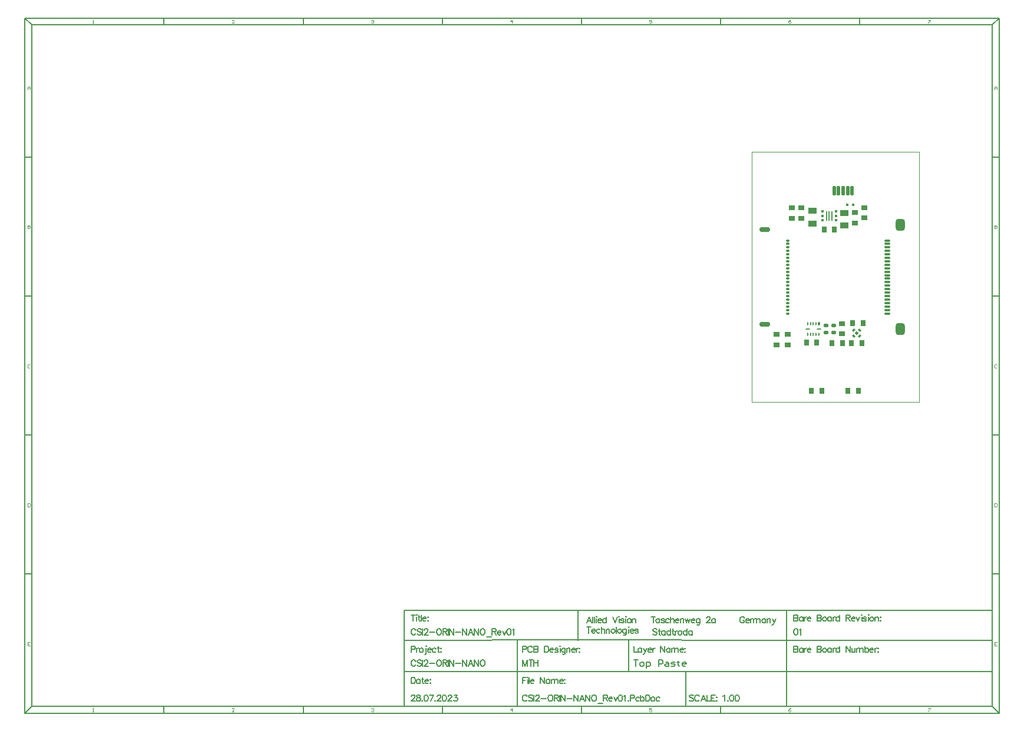
<source format=gtp>
G04*
G04 #@! TF.GenerationSoftware,Altium Limited,Altium Designer,23.7.1 (13)*
G04*
G04 Layer_Color=16764159*
%FSLAX43Y43*%
%MOMM*%
G71*
G04*
G04 #@! TF.SameCoordinates,B4B51515-0AC6-4D20-8248-00ACB9807E1E*
G04*
G04*
G04 #@! TF.FilePolarity,Positive*
G04*
G01*
G75*
%ADD10C,0.200*%
%ADD11C,0.127*%
%ADD12C,0.025*%
%ADD13C,0.050*%
G04:AMPARAMS|DCode=14|XSize=1.65mm|YSize=1.3mm|CornerRadius=0.325mm|HoleSize=0mm|Usage=FLASHONLY|Rotation=90.000|XOffset=0mm|YOffset=0mm|HoleType=Round|Shape=RoundedRectangle|*
%AMROUNDEDRECTD14*
21,1,1.650,0.650,0,0,90.0*
21,1,1.000,1.300,0,0,90.0*
1,1,0.650,0.325,0.500*
1,1,0.650,0.325,-0.500*
1,1,0.650,-0.325,-0.500*
1,1,0.650,-0.325,0.500*
%
%ADD14ROUNDEDRECTD14*%
%ADD15O,1.000X0.300*%
%ADD16O,0.650X0.300*%
G04:AMPARAMS|DCode=17|XSize=0.7mm|YSize=1.5mm|CornerRadius=0.175mm|HoleSize=0mm|Usage=FLASHONLY|Rotation=270.000|XOffset=0mm|YOffset=0mm|HoleType=Round|Shape=RoundedRectangle|*
%AMROUNDEDRECTD17*
21,1,0.700,1.150,0,0,270.0*
21,1,0.350,1.500,0,0,270.0*
1,1,0.350,-0.575,-0.175*
1,1,0.350,-0.575,0.175*
1,1,0.350,0.575,0.175*
1,1,0.350,0.575,-0.175*
%
%ADD17ROUNDEDRECTD17*%
G04:AMPARAMS|DCode=18|XSize=0.7mm|YSize=0.8mm|CornerRadius=0.07mm|HoleSize=0mm|Usage=FLASHONLY|Rotation=270.000|XOffset=0mm|YOffset=0mm|HoleType=Round|Shape=RoundedRectangle|*
%AMROUNDEDRECTD18*
21,1,0.700,0.660,0,0,270.0*
21,1,0.560,0.800,0,0,270.0*
1,1,0.140,-0.330,-0.280*
1,1,0.140,-0.330,0.280*
1,1,0.140,0.330,0.280*
1,1,0.140,0.330,-0.280*
%
%ADD18ROUNDEDRECTD18*%
G04:AMPARAMS|DCode=19|XSize=0.17mm|YSize=0.6mm|CornerRadius=0.03mm|HoleSize=0mm|Usage=FLASHONLY|Rotation=90.000|XOffset=0mm|YOffset=0mm|HoleType=Round|Shape=RoundedRectangle|*
%AMROUNDEDRECTD19*
21,1,0.170,0.540,0,0,90.0*
21,1,0.110,0.600,0,0,90.0*
1,1,0.060,0.270,0.055*
1,1,0.060,0.270,-0.055*
1,1,0.060,-0.270,-0.055*
1,1,0.060,-0.270,0.055*
%
%ADD19ROUNDEDRECTD19*%
G04:AMPARAMS|DCode=20|XSize=0.17mm|YSize=0.45mm|CornerRadius=0.03mm|HoleSize=0mm|Usage=FLASHONLY|Rotation=0.000|XOffset=0mm|YOffset=0mm|HoleType=Round|Shape=RoundedRectangle|*
%AMROUNDEDRECTD20*
21,1,0.170,0.390,0,0,0.0*
21,1,0.110,0.450,0,0,0.0*
1,1,0.060,0.055,-0.195*
1,1,0.060,-0.055,-0.195*
1,1,0.060,-0.055,0.195*
1,1,0.060,0.055,0.195*
%
%ADD20ROUNDEDRECTD20*%
G04:AMPARAMS|DCode=21|XSize=0.18mm|YSize=0.61mm|CornerRadius=0.035mm|HoleSize=0mm|Usage=FLASHONLY|Rotation=90.000|XOffset=0mm|YOffset=0mm|HoleType=Round|Shape=RoundedRectangle|*
%AMROUNDEDRECTD21*
21,1,0.180,0.540,0,0,90.0*
21,1,0.110,0.610,0,0,90.0*
1,1,0.070,0.270,0.055*
1,1,0.070,0.270,-0.055*
1,1,0.070,-0.270,-0.055*
1,1,0.070,-0.270,0.055*
%
%ADD21ROUNDEDRECTD21*%
G04:AMPARAMS|DCode=22|XSize=0.27mm|YSize=0.45mm|CornerRadius=0.055mm|HoleSize=0mm|Usage=FLASHONLY|Rotation=180.000|XOffset=0mm|YOffset=0mm|HoleType=Round|Shape=RoundedRectangle|*
%AMROUNDEDRECTD22*
21,1,0.270,0.340,0,0,180.0*
21,1,0.160,0.450,0,0,180.0*
1,1,0.110,-0.080,0.170*
1,1,0.110,0.080,0.170*
1,1,0.110,0.080,-0.170*
1,1,0.110,-0.080,-0.170*
%
%ADD22ROUNDEDRECTD22*%
G04:AMPARAMS|DCode=23|XSize=0.45mm|YSize=1.3mm|CornerRadius=0.113mm|HoleSize=0mm|Usage=FLASHONLY|Rotation=180.000|XOffset=0mm|YOffset=0mm|HoleType=Round|Shape=RoundedRectangle|*
%AMROUNDEDRECTD23*
21,1,0.450,1.075,0,0,180.0*
21,1,0.225,1.300,0,0,180.0*
1,1,0.225,-0.113,0.538*
1,1,0.225,0.113,0.538*
1,1,0.225,0.113,-0.538*
1,1,0.225,-0.113,-0.538*
%
%ADD23ROUNDEDRECTD23*%
G04:AMPARAMS|DCode=24|XSize=0.31mm|YSize=0.46mm|CornerRadius=0.068mm|HoleSize=0mm|Usage=FLASHONLY|Rotation=45.000|XOffset=0mm|YOffset=0mm|HoleType=Round|Shape=RoundedRectangle|*
%AMROUNDEDRECTD24*
21,1,0.310,0.325,0,0,45.0*
21,1,0.175,0.460,0,0,45.0*
1,1,0.135,0.177,-0.053*
1,1,0.135,0.053,-0.177*
1,1,0.135,-0.177,0.053*
1,1,0.135,-0.053,0.177*
%
%ADD24ROUNDEDRECTD24*%
G04:AMPARAMS|DCode=25|XSize=0.45mm|YSize=0.45mm|CornerRadius=0.05mm|HoleSize=0mm|Usage=FLASHONLY|Rotation=45.000|XOffset=0mm|YOffset=0mm|HoleType=Round|Shape=RoundedRectangle|*
%AMROUNDEDRECTD25*
21,1,0.450,0.350,0,0,45.0*
21,1,0.350,0.450,0,0,45.0*
1,1,0.100,0.247,0.000*
1,1,0.100,0.000,-0.247*
1,1,0.100,-0.247,0.000*
1,1,0.100,0.000,0.247*
%
%ADD25ROUNDEDRECTD25*%
G04:AMPARAMS|DCode=26|XSize=0.31mm|YSize=0.46mm|CornerRadius=0.068mm|HoleSize=0mm|Usage=FLASHONLY|Rotation=135.000|XOffset=0mm|YOffset=0mm|HoleType=Round|Shape=RoundedRectangle|*
%AMROUNDEDRECTD26*
21,1,0.310,0.325,0,0,135.0*
21,1,0.175,0.460,0,0,135.0*
1,1,0.135,0.053,0.177*
1,1,0.135,0.177,0.053*
1,1,0.135,-0.053,-0.177*
1,1,0.135,-0.177,-0.053*
%
%ADD26ROUNDEDRECTD26*%
G04:AMPARAMS|DCode=27|XSize=0.36mm|YSize=0.41mm|CornerRadius=0.08mm|HoleSize=0mm|Usage=FLASHONLY|Rotation=270.000|XOffset=0mm|YOffset=0mm|HoleType=Round|Shape=RoundedRectangle|*
%AMROUNDEDRECTD27*
21,1,0.360,0.250,0,0,270.0*
21,1,0.200,0.410,0,0,270.0*
1,1,0.160,-0.125,-0.100*
1,1,0.160,-0.125,0.100*
1,1,0.160,0.125,0.100*
1,1,0.160,0.125,-0.100*
%
%ADD27ROUNDEDRECTD27*%
G04:AMPARAMS|DCode=28|XSize=0.3mm|YSize=0.4mm|CornerRadius=0.03mm|HoleSize=0mm|Usage=FLASHONLY|Rotation=0.000|XOffset=0mm|YOffset=0mm|HoleType=Round|Shape=RoundedRectangle|*
%AMROUNDEDRECTD28*
21,1,0.300,0.340,0,0,0.0*
21,1,0.240,0.400,0,0,0.0*
1,1,0.060,0.120,-0.170*
1,1,0.060,-0.120,-0.170*
1,1,0.060,-0.120,0.170*
1,1,0.060,0.120,0.170*
%
%ADD28ROUNDEDRECTD28*%
G04:AMPARAMS|DCode=29|XSize=0.9mm|YSize=1.2mm|CornerRadius=0.09mm|HoleSize=0mm|Usage=FLASHONLY|Rotation=270.000|XOffset=0mm|YOffset=0mm|HoleType=Round|Shape=RoundedRectangle|*
%AMROUNDEDRECTD29*
21,1,0.900,1.020,0,0,270.0*
21,1,0.720,1.200,0,0,270.0*
1,1,0.180,-0.510,-0.360*
1,1,0.180,-0.510,0.360*
1,1,0.180,0.510,0.360*
1,1,0.180,0.510,-0.360*
%
%ADD29ROUNDEDRECTD29*%
G04:AMPARAMS|DCode=30|XSize=0.7mm|YSize=0.8mm|CornerRadius=0.07mm|HoleSize=0mm|Usage=FLASHONLY|Rotation=0.000|XOffset=0mm|YOffset=0mm|HoleType=Round|Shape=RoundedRectangle|*
%AMROUNDEDRECTD30*
21,1,0.700,0.660,0,0,0.0*
21,1,0.560,0.800,0,0,0.0*
1,1,0.140,0.280,-0.330*
1,1,0.140,-0.280,-0.330*
1,1,0.140,-0.280,0.330*
1,1,0.140,0.280,0.330*
%
%ADD30ROUNDEDRECTD30*%
G04:AMPARAMS|DCode=31|XSize=0.6mm|YSize=0.5mm|CornerRadius=0.05mm|HoleSize=0mm|Usage=FLASHONLY|Rotation=180.000|XOffset=0mm|YOffset=0mm|HoleType=Round|Shape=RoundedRectangle|*
%AMROUNDEDRECTD31*
21,1,0.600,0.400,0,0,180.0*
21,1,0.500,0.500,0,0,180.0*
1,1,0.100,-0.250,0.200*
1,1,0.100,0.250,0.200*
1,1,0.100,0.250,-0.200*
1,1,0.100,-0.250,-0.200*
%
%ADD31ROUNDEDRECTD31*%
D10*
X11100Y26150D02*
Y27450D01*
X11450Y26150D02*
Y27450D01*
X10750Y26150D02*
Y27450D01*
D11*
X-17000Y-37111D02*
X-16408D01*
X-16704D01*
Y-38000D01*
X-15963D02*
X-15667D01*
X-15519Y-37852D01*
Y-37556D01*
X-15667Y-37408D01*
X-15963D01*
X-16111Y-37556D01*
Y-37852D01*
X-15963Y-38000D01*
X-15223Y-38296D02*
Y-37408D01*
X-14778D01*
X-14630Y-37556D01*
Y-37852D01*
X-14778Y-38000D01*
X-15223D01*
X-13445D02*
Y-37111D01*
X-13001D01*
X-12853Y-37259D01*
Y-37556D01*
X-13001Y-37704D01*
X-13445D01*
X-12408Y-37408D02*
X-12112D01*
X-11964Y-37556D01*
Y-38000D01*
X-12408D01*
X-12556Y-37852D01*
X-12408Y-37704D01*
X-11964D01*
X-11668Y-38000D02*
X-11223D01*
X-11075Y-37852D01*
X-11223Y-37704D01*
X-11520D01*
X-11668Y-37556D01*
X-11520Y-37408D01*
X-11075D01*
X-10631Y-37259D02*
Y-37408D01*
X-10779D01*
X-10483D01*
X-10631D01*
Y-37852D01*
X-10483Y-38000D01*
X-9594D02*
X-9890D01*
X-10038Y-37852D01*
Y-37556D01*
X-9890Y-37408D01*
X-9594D01*
X-9446Y-37556D01*
Y-37704D01*
X-10038D01*
X35500Y-44750D02*
Y55250D01*
X-104500Y-44750D02*
X35500D01*
X-104500D02*
Y55250D01*
X35500D01*
X34500Y-43750D02*
X35500Y-44750D01*
X-9500Y-43750D02*
Y-38750D01*
X12250Y-43750D02*
X34500D01*
X5000D02*
Y-30000D01*
X-33500D02*
X20000D01*
X-49975Y-38725D02*
X-17750Y-38750D01*
X-50000Y-34250D02*
X-24975Y-34225D01*
X5000Y-30000D02*
X34500D01*
X-50000Y-43750D02*
X-33500D01*
X-50000D02*
Y-30000D01*
X-33500D01*
Y-43750D02*
X12250D01*
X-17750Y-38750D02*
X5000D01*
X-24975Y-34225D02*
X5000Y-34250D01*
X-17750Y-38750D02*
Y-34250D01*
X34500Y-43750D02*
X34500Y-30000D01*
X-33750Y-43750D02*
Y-34250D01*
X-25000Y-34250D02*
Y-30000D01*
X5000Y-38750D02*
X34500D01*
X5000Y-34250D02*
X34500D01*
X-103500Y-43750D02*
X-50000D01*
X-103500D02*
Y54250D01*
X34500D01*
Y-30000D02*
Y54250D01*
X-84500Y-44750D02*
Y-43750D01*
X-64500Y-44750D02*
Y-43750D01*
X-44500Y-44750D02*
Y-43750D01*
X-24500Y-44750D02*
Y-43750D01*
X-4500Y-44750D02*
Y-43750D01*
X15500Y-44750D02*
Y-43750D01*
X-104500Y-44750D02*
X-103500Y-43750D01*
X15500Y54250D02*
Y55250D01*
X-4500Y54250D02*
Y55250D01*
X-24500Y54250D02*
Y55250D01*
X-44500Y54250D02*
Y55250D01*
X-64500Y54250D02*
Y55250D01*
X-84500Y54250D02*
Y55250D01*
X-104500Y35250D02*
X-103500D01*
X-104500Y15250D02*
X-103500D01*
X-104500Y-4750D02*
X-103500D01*
X-104500Y-24750D02*
X-103500D01*
X34500Y54250D02*
X35500Y55250D01*
X-104500D02*
X-103500Y54250D01*
X34500Y-24750D02*
X35500D01*
X34500Y-4750D02*
X35500D01*
X34500Y15250D02*
X35500D01*
X34500Y35250D02*
X35500D01*
X-48365Y-37323D02*
X-48407Y-37238D01*
X-48492Y-37154D01*
X-48577Y-37111D01*
X-48746D01*
X-48831Y-37154D01*
X-48915Y-37238D01*
X-48958Y-37323D01*
X-49000Y-37450D01*
Y-37661D01*
X-48958Y-37788D01*
X-48915Y-37873D01*
X-48831Y-37958D01*
X-48746Y-38000D01*
X-48577D01*
X-48492Y-37958D01*
X-48407Y-37873D01*
X-48365Y-37788D01*
X-47523Y-37238D02*
X-47608Y-37154D01*
X-47735Y-37111D01*
X-47904D01*
X-48031Y-37154D01*
X-48115Y-37238D01*
Y-37323D01*
X-48073Y-37407D01*
X-48031Y-37450D01*
X-47946Y-37492D01*
X-47692Y-37577D01*
X-47608Y-37619D01*
X-47565Y-37661D01*
X-47523Y-37746D01*
Y-37873D01*
X-47608Y-37958D01*
X-47735Y-38000D01*
X-47904D01*
X-48031Y-37958D01*
X-48115Y-37873D01*
X-47324Y-37111D02*
Y-38000D01*
X-47095Y-37323D02*
Y-37280D01*
X-47053Y-37196D01*
X-47011Y-37154D01*
X-46926Y-37111D01*
X-46757D01*
X-46672Y-37154D01*
X-46630Y-37196D01*
X-46588Y-37280D01*
Y-37365D01*
X-46630Y-37450D01*
X-46714Y-37577D01*
X-47138Y-38000D01*
X-46545D01*
X-46346Y-37619D02*
X-45584D01*
X-45068Y-37111D02*
X-45153Y-37154D01*
X-45237Y-37238D01*
X-45280Y-37323D01*
X-45322Y-37450D01*
Y-37661D01*
X-45280Y-37788D01*
X-45237Y-37873D01*
X-45153Y-37958D01*
X-45068Y-38000D01*
X-44899D01*
X-44814Y-37958D01*
X-44729Y-37873D01*
X-44687Y-37788D01*
X-44645Y-37661D01*
Y-37450D01*
X-44687Y-37323D01*
X-44729Y-37238D01*
X-44814Y-37154D01*
X-44899Y-37111D01*
X-45068D01*
X-44437D02*
Y-38000D01*
Y-37111D02*
X-44057D01*
X-43930Y-37154D01*
X-43887Y-37196D01*
X-43845Y-37280D01*
Y-37365D01*
X-43887Y-37450D01*
X-43930Y-37492D01*
X-44057Y-37534D01*
X-44437D01*
X-44141D02*
X-43845Y-38000D01*
X-43646Y-37111D02*
Y-38000D01*
X-43460Y-37111D02*
Y-38000D01*
Y-37111D02*
X-42867Y-38000D01*
Y-37111D02*
Y-38000D01*
X-42622Y-37619D02*
X-41860D01*
X-41597Y-37111D02*
Y-38000D01*
Y-37111D02*
X-41005Y-38000D01*
Y-37111D02*
Y-38000D01*
X-40082D02*
X-40421Y-37111D01*
X-40759Y-38000D01*
X-40632Y-37704D02*
X-40209D01*
X-39875Y-37111D02*
Y-38000D01*
Y-37111D02*
X-39282Y-38000D01*
Y-37111D02*
Y-38000D01*
X-38783Y-37111D02*
X-38868Y-37154D01*
X-38952Y-37238D01*
X-38995Y-37323D01*
X-39037Y-37450D01*
Y-37661D01*
X-38995Y-37788D01*
X-38952Y-37873D01*
X-38868Y-37958D01*
X-38783Y-38000D01*
X-38614D01*
X-38529Y-37958D01*
X-38444Y-37873D01*
X-38402Y-37788D01*
X-38360Y-37661D01*
Y-37450D01*
X-38402Y-37323D01*
X-38444Y-37238D01*
X-38529Y-37154D01*
X-38614Y-37111D01*
X-38783D01*
X-49000Y-35577D02*
X-48619D01*
X-48492Y-35534D01*
X-48450Y-35492D01*
X-48407Y-35407D01*
Y-35280D01*
X-48450Y-35196D01*
X-48492Y-35154D01*
X-48619Y-35111D01*
X-49000D01*
Y-36000D01*
X-48209Y-35407D02*
Y-36000D01*
Y-35661D02*
X-48166Y-35534D01*
X-48082Y-35450D01*
X-47997Y-35407D01*
X-47870D01*
X-47578D02*
X-47663Y-35450D01*
X-47747Y-35534D01*
X-47790Y-35661D01*
Y-35746D01*
X-47747Y-35873D01*
X-47663Y-35958D01*
X-47578Y-36000D01*
X-47451D01*
X-47366Y-35958D01*
X-47282Y-35873D01*
X-47239Y-35746D01*
Y-35661D01*
X-47282Y-35534D01*
X-47366Y-35450D01*
X-47451Y-35407D01*
X-47578D01*
X-46875Y-35111D02*
X-46833Y-35154D01*
X-46791Y-35111D01*
X-46833Y-35069D01*
X-46875Y-35111D01*
X-46833Y-35407D02*
Y-36127D01*
X-46875Y-36254D01*
X-46960Y-36296D01*
X-47045D01*
X-46626Y-35661D02*
X-46118D01*
Y-35577D01*
X-46160Y-35492D01*
X-46202Y-35450D01*
X-46287Y-35407D01*
X-46414D01*
X-46499Y-35450D01*
X-46583Y-35534D01*
X-46626Y-35661D01*
Y-35746D01*
X-46583Y-35873D01*
X-46499Y-35958D01*
X-46414Y-36000D01*
X-46287D01*
X-46202Y-35958D01*
X-46118Y-35873D01*
X-45419Y-35534D02*
X-45504Y-35450D01*
X-45589Y-35407D01*
X-45716D01*
X-45800Y-35450D01*
X-45885Y-35534D01*
X-45927Y-35661D01*
Y-35746D01*
X-45885Y-35873D01*
X-45800Y-35958D01*
X-45716Y-36000D01*
X-45589D01*
X-45504Y-35958D01*
X-45419Y-35873D01*
X-45102Y-35111D02*
Y-35831D01*
X-45060Y-35958D01*
X-44975Y-36000D01*
X-44890D01*
X-45229Y-35407D02*
X-44933D01*
X-44721D02*
X-44763Y-35450D01*
X-44721Y-35492D01*
X-44679Y-35450D01*
X-44721Y-35407D01*
Y-35915D02*
X-44763Y-35958D01*
X-44721Y-36000D01*
X-44679Y-35958D01*
X-44721Y-35915D01*
X-17000Y-35111D02*
Y-36000D01*
X-16492D01*
X-15887Y-35407D02*
Y-36000D01*
Y-35534D02*
X-15972Y-35450D01*
X-16056Y-35407D01*
X-16183D01*
X-16268Y-35450D01*
X-16352Y-35534D01*
X-16395Y-35661D01*
Y-35746D01*
X-16352Y-35873D01*
X-16268Y-35958D01*
X-16183Y-36000D01*
X-16056D01*
X-15972Y-35958D01*
X-15887Y-35873D01*
X-15608Y-35407D02*
X-15354Y-36000D01*
X-15100Y-35407D02*
X-15354Y-36000D01*
X-15438Y-36169D01*
X-15523Y-36254D01*
X-15608Y-36296D01*
X-15650D01*
X-14952Y-35661D02*
X-14444D01*
Y-35577D01*
X-14486Y-35492D01*
X-14528Y-35450D01*
X-14613Y-35407D01*
X-14740D01*
X-14825Y-35450D01*
X-14909Y-35534D01*
X-14952Y-35661D01*
Y-35746D01*
X-14909Y-35873D01*
X-14825Y-35958D01*
X-14740Y-36000D01*
X-14613D01*
X-14528Y-35958D01*
X-14444Y-35873D01*
X-14253Y-35407D02*
Y-36000D01*
Y-35661D02*
X-14211Y-35534D01*
X-14126Y-35450D01*
X-14042Y-35407D01*
X-13915D01*
X-13136Y-35111D02*
Y-36000D01*
Y-35111D02*
X-12543Y-36000D01*
Y-35111D02*
Y-36000D01*
X-11790Y-35407D02*
Y-36000D01*
Y-35534D02*
X-11875Y-35450D01*
X-11959Y-35407D01*
X-12086D01*
X-12171Y-35450D01*
X-12255Y-35534D01*
X-12298Y-35661D01*
Y-35746D01*
X-12255Y-35873D01*
X-12171Y-35958D01*
X-12086Y-36000D01*
X-11959D01*
X-11875Y-35958D01*
X-11790Y-35873D01*
X-11553Y-35407D02*
Y-36000D01*
Y-35577D02*
X-11426Y-35450D01*
X-11341Y-35407D01*
X-11214D01*
X-11130Y-35450D01*
X-11087Y-35577D01*
Y-36000D01*
Y-35577D02*
X-10960Y-35450D01*
X-10876Y-35407D01*
X-10749D01*
X-10664Y-35450D01*
X-10622Y-35577D01*
Y-36000D01*
X-10342Y-35661D02*
X-9835D01*
Y-35577D01*
X-9877Y-35492D01*
X-9919Y-35450D01*
X-10004Y-35407D01*
X-10131D01*
X-10215Y-35450D01*
X-10300Y-35534D01*
X-10342Y-35661D01*
Y-35746D01*
X-10300Y-35873D01*
X-10215Y-35958D01*
X-10131Y-36000D01*
X-10004D01*
X-9919Y-35958D01*
X-9835Y-35873D01*
X-9602Y-35407D02*
X-9644Y-35450D01*
X-9602Y-35492D01*
X-9559Y-35450D01*
X-9602Y-35407D01*
Y-35915D02*
X-9644Y-35958D01*
X-9602Y-36000D01*
X-9559Y-35958D01*
X-9602Y-35915D01*
X-8407Y-42238D02*
X-8492Y-42154D01*
X-8619Y-42111D01*
X-8788D01*
X-8915Y-42154D01*
X-9000Y-42238D01*
Y-42323D01*
X-8958Y-42407D01*
X-8915Y-42450D01*
X-8831Y-42492D01*
X-8577Y-42577D01*
X-8492Y-42619D01*
X-8450Y-42661D01*
X-8407Y-42746D01*
Y-42873D01*
X-8492Y-42958D01*
X-8619Y-43000D01*
X-8788D01*
X-8915Y-42958D01*
X-9000Y-42873D01*
X-7574Y-42323D02*
X-7616Y-42238D01*
X-7701Y-42154D01*
X-7785Y-42111D01*
X-7955D01*
X-8039Y-42154D01*
X-8124Y-42238D01*
X-8166Y-42323D01*
X-8209Y-42450D01*
Y-42661D01*
X-8166Y-42788D01*
X-8124Y-42873D01*
X-8039Y-42958D01*
X-7955Y-43000D01*
X-7785D01*
X-7701Y-42958D01*
X-7616Y-42873D01*
X-7574Y-42788D01*
X-6647Y-43000D02*
X-6985Y-42111D01*
X-7324Y-43000D01*
X-7197Y-42704D02*
X-6774D01*
X-6439Y-42111D02*
Y-43000D01*
X-5931D01*
X-5284Y-42111D02*
X-5834D01*
Y-43000D01*
X-5284D01*
X-5834Y-42534D02*
X-5496D01*
X-5093Y-42407D02*
X-5136Y-42450D01*
X-5093Y-42492D01*
X-5051Y-42450D01*
X-5093Y-42407D01*
Y-42915D02*
X-5136Y-42958D01*
X-5093Y-43000D01*
X-5051Y-42958D01*
X-5093Y-42915D01*
X-4158Y-42280D02*
X-4073Y-42238D01*
X-3946Y-42111D01*
Y-43000D01*
X-3464Y-42915D02*
X-3506Y-42958D01*
X-3464Y-43000D01*
X-3422Y-42958D01*
X-3464Y-42915D01*
X-2973Y-42111D02*
X-3100Y-42154D01*
X-3185Y-42280D01*
X-3227Y-42492D01*
Y-42619D01*
X-3185Y-42831D01*
X-3100Y-42958D01*
X-2973Y-43000D01*
X-2888D01*
X-2761Y-42958D01*
X-2677Y-42831D01*
X-2634Y-42619D01*
Y-42492D01*
X-2677Y-42280D01*
X-2761Y-42154D01*
X-2888Y-42111D01*
X-2973D01*
X-2182D02*
X-2309Y-42154D01*
X-2393Y-42280D01*
X-2436Y-42492D01*
Y-42619D01*
X-2393Y-42831D01*
X-2309Y-42958D01*
X-2182Y-43000D01*
X-2097D01*
X-1970Y-42958D01*
X-1885Y-42831D01*
X-1843Y-42619D01*
Y-42492D01*
X-1885Y-42280D01*
X-1970Y-42154D01*
X-2097Y-42111D01*
X-2182D01*
X-1115Y-31073D02*
X-1157Y-30988D01*
X-1242Y-30904D01*
X-1327Y-30861D01*
X-1496D01*
X-1581Y-30904D01*
X-1665Y-30988D01*
X-1708Y-31073D01*
X-1750Y-31200D01*
Y-31411D01*
X-1708Y-31538D01*
X-1665Y-31623D01*
X-1581Y-31708D01*
X-1496Y-31750D01*
X-1327D01*
X-1242Y-31708D01*
X-1157Y-31623D01*
X-1115Y-31538D01*
Y-31411D01*
X-1327D02*
X-1115D01*
X-912D02*
X-404D01*
Y-31327D01*
X-446Y-31242D01*
X-489Y-31200D01*
X-573Y-31157D01*
X-700D01*
X-785Y-31200D01*
X-870Y-31284D01*
X-912Y-31411D01*
Y-31496D01*
X-870Y-31623D01*
X-785Y-31708D01*
X-700Y-31750D01*
X-573D01*
X-489Y-31708D01*
X-404Y-31623D01*
X-214Y-31157D02*
Y-31750D01*
Y-31411D02*
X-171Y-31284D01*
X-87Y-31200D01*
X-2Y-31157D01*
X125D01*
X205D02*
Y-31750D01*
Y-31327D02*
X332Y-31200D01*
X417Y-31157D01*
X544D01*
X629Y-31200D01*
X671Y-31327D01*
Y-31750D01*
Y-31327D02*
X798Y-31200D01*
X883Y-31157D01*
X1010D01*
X1094Y-31200D01*
X1137Y-31327D01*
Y-31750D01*
X1924Y-31157D02*
Y-31750D01*
Y-31284D02*
X1839Y-31200D01*
X1754Y-31157D01*
X1627D01*
X1543Y-31200D01*
X1458Y-31284D01*
X1416Y-31411D01*
Y-31496D01*
X1458Y-31623D01*
X1543Y-31708D01*
X1627Y-31750D01*
X1754D01*
X1839Y-31708D01*
X1924Y-31623D01*
X2161Y-31157D02*
Y-31750D01*
Y-31327D02*
X2288Y-31200D01*
X2372Y-31157D01*
X2499D01*
X2584Y-31200D01*
X2626Y-31327D01*
Y-31750D01*
X2901Y-31157D02*
X3155Y-31750D01*
X3409Y-31157D02*
X3155Y-31750D01*
X3071Y-31919D01*
X2986Y-32004D01*
X2901Y-32046D01*
X2859D01*
X-13657Y-32738D02*
X-13742Y-32654D01*
X-13869Y-32611D01*
X-14038D01*
X-14165Y-32654D01*
X-14250Y-32738D01*
Y-32823D01*
X-14208Y-32907D01*
X-14165Y-32950D01*
X-14081Y-32992D01*
X-13827Y-33077D01*
X-13742Y-33119D01*
X-13700Y-33161D01*
X-13657Y-33246D01*
Y-33373D01*
X-13742Y-33458D01*
X-13869Y-33500D01*
X-14038D01*
X-14165Y-33458D01*
X-14250Y-33373D01*
X-13332Y-32611D02*
Y-33331D01*
X-13289Y-33458D01*
X-13205Y-33500D01*
X-13120D01*
X-13459Y-32907D02*
X-13162D01*
X-12485D02*
Y-33500D01*
Y-33034D02*
X-12570Y-32950D01*
X-12654Y-32907D01*
X-12781D01*
X-12866Y-32950D01*
X-12951Y-33034D01*
X-12993Y-33161D01*
Y-33246D01*
X-12951Y-33373D01*
X-12866Y-33458D01*
X-12781Y-33500D01*
X-12654D01*
X-12570Y-33458D01*
X-12485Y-33373D01*
X-11740Y-32611D02*
Y-33500D01*
Y-33034D02*
X-11825Y-32950D01*
X-11909Y-32907D01*
X-12036D01*
X-12121Y-32950D01*
X-12206Y-33034D01*
X-12248Y-33161D01*
Y-33246D01*
X-12206Y-33373D01*
X-12121Y-33458D01*
X-12036Y-33500D01*
X-11909D01*
X-11825Y-33458D01*
X-11740Y-33373D01*
X-11376Y-32611D02*
Y-33331D01*
X-11334Y-33458D01*
X-11249Y-33500D01*
X-11165D01*
X-11503Y-32907D02*
X-11207D01*
X-11038D02*
Y-33500D01*
Y-33161D02*
X-10995Y-33034D01*
X-10911Y-32950D01*
X-10826Y-32907D01*
X-10699D01*
X-10407D02*
X-10492Y-32950D01*
X-10576Y-33034D01*
X-10619Y-33161D01*
Y-33246D01*
X-10576Y-33373D01*
X-10492Y-33458D01*
X-10407Y-33500D01*
X-10280D01*
X-10195Y-33458D01*
X-10111Y-33373D01*
X-10068Y-33246D01*
Y-33161D01*
X-10111Y-33034D01*
X-10195Y-32950D01*
X-10280Y-32907D01*
X-10407D01*
X-9366Y-32611D02*
Y-33500D01*
Y-33034D02*
X-9450Y-32950D01*
X-9535Y-32907D01*
X-9662D01*
X-9747Y-32950D01*
X-9831Y-33034D01*
X-9874Y-33161D01*
Y-33246D01*
X-9831Y-33373D01*
X-9747Y-33458D01*
X-9662Y-33500D01*
X-9535D01*
X-9450Y-33458D01*
X-9366Y-33373D01*
X-8621Y-32907D02*
Y-33500D01*
Y-33034D02*
X-8706Y-32950D01*
X-8790Y-32907D01*
X-8917D01*
X-9002Y-32950D01*
X-9086Y-33034D01*
X-9129Y-33161D01*
Y-33246D01*
X-9086Y-33373D01*
X-9002Y-33458D01*
X-8917Y-33500D01*
X-8790D01*
X-8706Y-33458D01*
X-8621Y-33373D01*
X-14204Y-30861D02*
Y-31750D01*
X-14500Y-30861D02*
X-13907D01*
X-13294Y-31157D02*
Y-31750D01*
Y-31284D02*
X-13378Y-31200D01*
X-13463Y-31157D01*
X-13590D01*
X-13675Y-31200D01*
X-13759Y-31284D01*
X-13802Y-31411D01*
Y-31496D01*
X-13759Y-31623D01*
X-13675Y-31708D01*
X-13590Y-31750D01*
X-13463D01*
X-13378Y-31708D01*
X-13294Y-31623D01*
X-12591Y-31284D02*
X-12634Y-31200D01*
X-12760Y-31157D01*
X-12887D01*
X-13014Y-31200D01*
X-13057Y-31284D01*
X-13014Y-31369D01*
X-12930Y-31411D01*
X-12718Y-31454D01*
X-12634Y-31496D01*
X-12591Y-31581D01*
Y-31623D01*
X-12634Y-31708D01*
X-12760Y-31750D01*
X-12887D01*
X-13014Y-31708D01*
X-13057Y-31623D01*
X-11897Y-31284D02*
X-11982Y-31200D01*
X-12066Y-31157D01*
X-12193D01*
X-12278Y-31200D01*
X-12363Y-31284D01*
X-12405Y-31411D01*
Y-31496D01*
X-12363Y-31623D01*
X-12278Y-31708D01*
X-12193Y-31750D01*
X-12066D01*
X-11982Y-31708D01*
X-11897Y-31623D01*
X-11707Y-30861D02*
Y-31750D01*
Y-31327D02*
X-11580Y-31200D01*
X-11495Y-31157D01*
X-11368D01*
X-11283Y-31200D01*
X-11241Y-31327D01*
Y-31750D01*
X-11008Y-31411D02*
X-10500D01*
Y-31327D01*
X-10543Y-31242D01*
X-10585Y-31200D01*
X-10670Y-31157D01*
X-10797D01*
X-10881Y-31200D01*
X-10966Y-31284D01*
X-11008Y-31411D01*
Y-31496D01*
X-10966Y-31623D01*
X-10881Y-31708D01*
X-10797Y-31750D01*
X-10670D01*
X-10585Y-31708D01*
X-10500Y-31623D01*
X-10310Y-31157D02*
Y-31750D01*
Y-31327D02*
X-10183Y-31200D01*
X-10098Y-31157D01*
X-9971D01*
X-9887Y-31200D01*
X-9844Y-31327D01*
Y-31750D01*
X-9612Y-31157D02*
X-9442Y-31750D01*
X-9273Y-31157D02*
X-9442Y-31750D01*
X-9273Y-31157D02*
X-9104Y-31750D01*
X-8934Y-31157D02*
X-9104Y-31750D01*
X-8727Y-31411D02*
X-8219D01*
Y-31327D01*
X-8261Y-31242D01*
X-8304Y-31200D01*
X-8388Y-31157D01*
X-8515D01*
X-8600Y-31200D01*
X-8685Y-31284D01*
X-8727Y-31411D01*
Y-31496D01*
X-8685Y-31623D01*
X-8600Y-31708D01*
X-8515Y-31750D01*
X-8388D01*
X-8304Y-31708D01*
X-8219Y-31623D01*
X-7521Y-31157D02*
Y-31835D01*
X-7563Y-31962D01*
X-7605Y-32004D01*
X-7690Y-32046D01*
X-7817D01*
X-7902Y-32004D01*
X-7521Y-31284D02*
X-7605Y-31200D01*
X-7690Y-31157D01*
X-7817D01*
X-7902Y-31200D01*
X-7986Y-31284D01*
X-8029Y-31411D01*
Y-31496D01*
X-7986Y-31623D01*
X-7902Y-31708D01*
X-7817Y-31750D01*
X-7690D01*
X-7605Y-31708D01*
X-7521Y-31623D01*
X-6543Y-31073D02*
Y-31030D01*
X-6501Y-30946D01*
X-6458Y-30904D01*
X-6374Y-30861D01*
X-6204D01*
X-6120Y-30904D01*
X-6077Y-30946D01*
X-6035Y-31030D01*
Y-31115D01*
X-6077Y-31200D01*
X-6162Y-31327D01*
X-6585Y-31750D01*
X-5993D01*
X-5286Y-31157D02*
Y-31750D01*
Y-31284D02*
X-5371Y-31200D01*
X-5455Y-31157D01*
X-5582D01*
X-5667Y-31200D01*
X-5752Y-31284D01*
X-5794Y-31411D01*
Y-31496D01*
X-5752Y-31623D01*
X-5667Y-31708D01*
X-5582Y-31750D01*
X-5455D01*
X-5371Y-31708D01*
X-5286Y-31623D01*
X-23073Y-31750D02*
X-23411Y-30861D01*
X-23750Y-31750D01*
X-23623Y-31454D02*
X-23200D01*
X-22865Y-30861D02*
Y-31750D01*
X-22679Y-30861D02*
Y-31750D01*
X-22408Y-30861D02*
X-22366Y-30904D01*
X-22324Y-30861D01*
X-22366Y-30819D01*
X-22408Y-30861D01*
X-22366Y-31157D02*
Y-31750D01*
X-22167Y-31411D02*
X-21659D01*
Y-31327D01*
X-21701Y-31242D01*
X-21744Y-31200D01*
X-21828Y-31157D01*
X-21955D01*
X-22040Y-31200D01*
X-22125Y-31284D01*
X-22167Y-31411D01*
Y-31496D01*
X-22125Y-31623D01*
X-22040Y-31708D01*
X-21955Y-31750D01*
X-21828D01*
X-21744Y-31708D01*
X-21659Y-31623D01*
X-20961Y-30861D02*
Y-31750D01*
Y-31284D02*
X-21045Y-31200D01*
X-21130Y-31157D01*
X-21257D01*
X-21342Y-31200D01*
X-21426Y-31284D01*
X-21469Y-31411D01*
Y-31496D01*
X-21426Y-31623D01*
X-21342Y-31708D01*
X-21257Y-31750D01*
X-21130D01*
X-21045Y-31708D01*
X-20961Y-31623D01*
X-20025Y-30861D02*
X-19687Y-31750D01*
X-19348Y-30861D02*
X-19687Y-31750D01*
X-19149Y-30861D02*
X-19107Y-30904D01*
X-19065Y-30861D01*
X-19107Y-30819D01*
X-19149Y-30861D01*
X-19107Y-31157D02*
Y-31750D01*
X-18443Y-31284D02*
X-18485Y-31200D01*
X-18612Y-31157D01*
X-18739D01*
X-18866Y-31200D01*
X-18908Y-31284D01*
X-18866Y-31369D01*
X-18781Y-31411D01*
X-18570Y-31454D01*
X-18485Y-31496D01*
X-18443Y-31581D01*
Y-31623D01*
X-18485Y-31708D01*
X-18612Y-31750D01*
X-18739D01*
X-18866Y-31708D01*
X-18908Y-31623D01*
X-18172Y-30861D02*
X-18129Y-30904D01*
X-18087Y-30861D01*
X-18129Y-30819D01*
X-18172Y-30861D01*
X-18129Y-31157D02*
Y-31750D01*
X-17719Y-31157D02*
X-17803Y-31200D01*
X-17888Y-31284D01*
X-17930Y-31411D01*
Y-31496D01*
X-17888Y-31623D01*
X-17803Y-31708D01*
X-17719Y-31750D01*
X-17592D01*
X-17507Y-31708D01*
X-17423Y-31623D01*
X-17380Y-31496D01*
Y-31411D01*
X-17423Y-31284D01*
X-17507Y-31200D01*
X-17592Y-31157D01*
X-17719D01*
X-17185D02*
Y-31750D01*
Y-31327D02*
X-17059Y-31200D01*
X-16974Y-31157D01*
X-16847D01*
X-16762Y-31200D01*
X-16720Y-31327D01*
Y-31750D01*
X-48958Y-42323D02*
Y-42280D01*
X-48915Y-42196D01*
X-48873Y-42154D01*
X-48788Y-42111D01*
X-48619D01*
X-48534Y-42154D01*
X-48492Y-42196D01*
X-48450Y-42280D01*
Y-42365D01*
X-48492Y-42450D01*
X-48577Y-42577D01*
X-49000Y-43000D01*
X-48407D01*
X-47997Y-42111D02*
X-48124Y-42154D01*
X-48166Y-42238D01*
Y-42323D01*
X-48124Y-42407D01*
X-48039Y-42450D01*
X-47870Y-42492D01*
X-47743Y-42534D01*
X-47658Y-42619D01*
X-47616Y-42704D01*
Y-42831D01*
X-47658Y-42915D01*
X-47701Y-42958D01*
X-47828Y-43000D01*
X-47997D01*
X-48124Y-42958D01*
X-48166Y-42915D01*
X-48209Y-42831D01*
Y-42704D01*
X-48166Y-42619D01*
X-48082Y-42534D01*
X-47955Y-42492D01*
X-47785Y-42450D01*
X-47701Y-42407D01*
X-47658Y-42323D01*
Y-42238D01*
X-47701Y-42154D01*
X-47828Y-42111D01*
X-47997D01*
X-47375Y-42915D02*
X-47417Y-42958D01*
X-47375Y-43000D01*
X-47332Y-42958D01*
X-47375Y-42915D01*
X-46884Y-42111D02*
X-47011Y-42154D01*
X-47095Y-42280D01*
X-47138Y-42492D01*
Y-42619D01*
X-47095Y-42831D01*
X-47011Y-42958D01*
X-46884Y-43000D01*
X-46799D01*
X-46672Y-42958D01*
X-46588Y-42831D01*
X-46545Y-42619D01*
Y-42492D01*
X-46588Y-42280D01*
X-46672Y-42154D01*
X-46799Y-42111D01*
X-46884D01*
X-45754D02*
X-46177Y-43000D01*
X-46346Y-42111D02*
X-45754D01*
X-45512Y-42915D02*
X-45555Y-42958D01*
X-45512Y-43000D01*
X-45470Y-42958D01*
X-45512Y-42915D01*
X-45233Y-42323D02*
Y-42280D01*
X-45191Y-42196D01*
X-45148Y-42154D01*
X-45064Y-42111D01*
X-44895D01*
X-44810Y-42154D01*
X-44768Y-42196D01*
X-44725Y-42280D01*
Y-42365D01*
X-44768Y-42450D01*
X-44852Y-42577D01*
X-45275Y-43000D01*
X-44683D01*
X-44230Y-42111D02*
X-44357Y-42154D01*
X-44442Y-42280D01*
X-44484Y-42492D01*
Y-42619D01*
X-44442Y-42831D01*
X-44357Y-42958D01*
X-44230Y-43000D01*
X-44145D01*
X-44018Y-42958D01*
X-43934Y-42831D01*
X-43891Y-42619D01*
Y-42492D01*
X-43934Y-42280D01*
X-44018Y-42154D01*
X-44145Y-42111D01*
X-44230D01*
X-43650Y-42323D02*
Y-42280D01*
X-43608Y-42196D01*
X-43566Y-42154D01*
X-43481Y-42111D01*
X-43312D01*
X-43227Y-42154D01*
X-43185Y-42196D01*
X-43142Y-42280D01*
Y-42365D01*
X-43185Y-42450D01*
X-43269Y-42577D01*
X-43693Y-43000D01*
X-43100D01*
X-42816Y-42111D02*
X-42351D01*
X-42605Y-42450D01*
X-42478D01*
X-42393Y-42492D01*
X-42351Y-42534D01*
X-42309Y-42661D01*
Y-42746D01*
X-42351Y-42873D01*
X-42436Y-42958D01*
X-42562Y-43000D01*
X-42689D01*
X-42816Y-42958D01*
X-42859Y-42915D01*
X-42901Y-42831D01*
X-49000Y-39611D02*
Y-40500D01*
Y-39611D02*
X-48704D01*
X-48577Y-39654D01*
X-48492Y-39738D01*
X-48450Y-39823D01*
X-48407Y-39950D01*
Y-40161D01*
X-48450Y-40288D01*
X-48492Y-40373D01*
X-48577Y-40458D01*
X-48704Y-40500D01*
X-49000D01*
X-47701Y-39907D02*
Y-40500D01*
Y-40034D02*
X-47785Y-39950D01*
X-47870Y-39907D01*
X-47997D01*
X-48082Y-39950D01*
X-48166Y-40034D01*
X-48209Y-40161D01*
Y-40246D01*
X-48166Y-40373D01*
X-48082Y-40458D01*
X-47997Y-40500D01*
X-47870D01*
X-47785Y-40458D01*
X-47701Y-40373D01*
X-47337Y-39611D02*
Y-40331D01*
X-47294Y-40458D01*
X-47210Y-40500D01*
X-47125D01*
X-47464Y-39907D02*
X-47167D01*
X-46998Y-40161D02*
X-46490D01*
Y-40077D01*
X-46533Y-39992D01*
X-46575Y-39950D01*
X-46659Y-39907D01*
X-46786D01*
X-46871Y-39950D01*
X-46956Y-40034D01*
X-46998Y-40161D01*
Y-40246D01*
X-46956Y-40373D01*
X-46871Y-40458D01*
X-46786Y-40500D01*
X-46659D01*
X-46575Y-40458D01*
X-46490Y-40373D01*
X-46257Y-39907D02*
X-46300Y-39950D01*
X-46257Y-39992D01*
X-46215Y-39950D01*
X-46257Y-39907D01*
Y-40415D02*
X-46300Y-40458D01*
X-46257Y-40500D01*
X-46215Y-40458D01*
X-46257Y-40415D01*
X-32365Y-42323D02*
X-32407Y-42238D01*
X-32492Y-42154D01*
X-32577Y-42111D01*
X-32746D01*
X-32831Y-42154D01*
X-32915Y-42238D01*
X-32958Y-42323D01*
X-33000Y-42450D01*
Y-42661D01*
X-32958Y-42788D01*
X-32915Y-42873D01*
X-32831Y-42958D01*
X-32746Y-43000D01*
X-32577D01*
X-32492Y-42958D01*
X-32407Y-42873D01*
X-32365Y-42788D01*
X-31523Y-42238D02*
X-31608Y-42154D01*
X-31735Y-42111D01*
X-31904D01*
X-32031Y-42154D01*
X-32115Y-42238D01*
Y-42323D01*
X-32073Y-42407D01*
X-32031Y-42450D01*
X-31946Y-42492D01*
X-31692Y-42577D01*
X-31608Y-42619D01*
X-31565Y-42661D01*
X-31523Y-42746D01*
Y-42873D01*
X-31608Y-42958D01*
X-31735Y-43000D01*
X-31904D01*
X-32031Y-42958D01*
X-32115Y-42873D01*
X-31324Y-42111D02*
Y-43000D01*
X-31095Y-42323D02*
Y-42280D01*
X-31053Y-42196D01*
X-31011Y-42154D01*
X-30926Y-42111D01*
X-30757D01*
X-30672Y-42154D01*
X-30630Y-42196D01*
X-30588Y-42280D01*
Y-42365D01*
X-30630Y-42450D01*
X-30714Y-42577D01*
X-31138Y-43000D01*
X-30545D01*
X-30346Y-42619D02*
X-29584D01*
X-29068Y-42111D02*
X-29153Y-42154D01*
X-29237Y-42238D01*
X-29280Y-42323D01*
X-29322Y-42450D01*
Y-42661D01*
X-29280Y-42788D01*
X-29237Y-42873D01*
X-29153Y-42958D01*
X-29068Y-43000D01*
X-28899D01*
X-28814Y-42958D01*
X-28729Y-42873D01*
X-28687Y-42788D01*
X-28645Y-42661D01*
Y-42450D01*
X-28687Y-42323D01*
X-28729Y-42238D01*
X-28814Y-42154D01*
X-28899Y-42111D01*
X-29068D01*
X-28437D02*
Y-43000D01*
Y-42111D02*
X-28057D01*
X-27930Y-42154D01*
X-27887Y-42196D01*
X-27845Y-42280D01*
Y-42365D01*
X-27887Y-42450D01*
X-27930Y-42492D01*
X-28057Y-42534D01*
X-28437D01*
X-28141D02*
X-27845Y-43000D01*
X-27646Y-42111D02*
Y-43000D01*
X-27460Y-42111D02*
Y-43000D01*
Y-42111D02*
X-26867Y-43000D01*
Y-42111D02*
Y-43000D01*
X-26622Y-42619D02*
X-25860D01*
X-25597Y-42111D02*
Y-43000D01*
Y-42111D02*
X-25005Y-43000D01*
Y-42111D02*
Y-43000D01*
X-24082D02*
X-24421Y-42111D01*
X-24759Y-43000D01*
X-24632Y-42704D02*
X-24209D01*
X-23875Y-42111D02*
Y-43000D01*
Y-42111D02*
X-23282Y-43000D01*
Y-42111D02*
Y-43000D01*
X-22783Y-42111D02*
X-22868Y-42154D01*
X-22952Y-42238D01*
X-22995Y-42323D01*
X-23037Y-42450D01*
Y-42661D01*
X-22995Y-42788D01*
X-22952Y-42873D01*
X-22868Y-42958D01*
X-22783Y-43000D01*
X-22614D01*
X-22529Y-42958D01*
X-22444Y-42873D01*
X-22402Y-42788D01*
X-22360Y-42661D01*
Y-42450D01*
X-22402Y-42323D01*
X-22444Y-42238D01*
X-22529Y-42154D01*
X-22614Y-42111D01*
X-22783D01*
X-22152Y-43296D02*
X-21475D01*
X-21361Y-42111D02*
Y-43000D01*
Y-42111D02*
X-20980D01*
X-20853Y-42154D01*
X-20811Y-42196D01*
X-20768Y-42280D01*
Y-42365D01*
X-20811Y-42450D01*
X-20853Y-42492D01*
X-20980Y-42534D01*
X-21361D01*
X-21065D02*
X-20768Y-43000D01*
X-20569Y-42661D02*
X-20061D01*
Y-42577D01*
X-20104Y-42492D01*
X-20146Y-42450D01*
X-20231Y-42407D01*
X-20358D01*
X-20442Y-42450D01*
X-20527Y-42534D01*
X-20569Y-42661D01*
Y-42746D01*
X-20527Y-42873D01*
X-20442Y-42958D01*
X-20358Y-43000D01*
X-20231D01*
X-20146Y-42958D01*
X-20061Y-42873D01*
X-19871Y-42407D02*
X-19617Y-43000D01*
X-19363Y-42407D02*
X-19617Y-43000D01*
X-18965Y-42111D02*
X-19092Y-42154D01*
X-19177Y-42280D01*
X-19219Y-42492D01*
Y-42619D01*
X-19177Y-42831D01*
X-19092Y-42958D01*
X-18965Y-43000D01*
X-18881D01*
X-18754Y-42958D01*
X-18669Y-42831D01*
X-18627Y-42619D01*
Y-42492D01*
X-18669Y-42280D01*
X-18754Y-42154D01*
X-18881Y-42111D01*
X-18965D01*
X-18428Y-42280D02*
X-18343Y-42238D01*
X-18216Y-42111D01*
Y-43000D01*
X-17734Y-42915D02*
X-17776Y-42958D01*
X-17734Y-43000D01*
X-17691Y-42958D01*
X-17734Y-42915D01*
X-17497Y-42577D02*
X-17116D01*
X-16989Y-42534D01*
X-16946Y-42492D01*
X-16904Y-42407D01*
Y-42280D01*
X-16946Y-42196D01*
X-16989Y-42154D01*
X-17116Y-42111D01*
X-17497D01*
Y-43000D01*
X-16197Y-42534D02*
X-16282Y-42450D01*
X-16367Y-42407D01*
X-16494D01*
X-16578Y-42450D01*
X-16663Y-42534D01*
X-16705Y-42661D01*
Y-42746D01*
X-16663Y-42873D01*
X-16578Y-42958D01*
X-16494Y-43000D01*
X-16367D01*
X-16282Y-42958D01*
X-16197Y-42873D01*
X-16007Y-42111D02*
Y-43000D01*
Y-42534D02*
X-15922Y-42450D01*
X-15838Y-42407D01*
X-15711D01*
X-15626Y-42450D01*
X-15541Y-42534D01*
X-15499Y-42661D01*
Y-42746D01*
X-15541Y-42873D01*
X-15626Y-42958D01*
X-15711Y-43000D01*
X-15838D01*
X-15922Y-42958D01*
X-16007Y-42873D01*
X-15308Y-42111D02*
Y-43000D01*
Y-42111D02*
X-15012D01*
X-14885Y-42154D01*
X-14801Y-42238D01*
X-14758Y-42323D01*
X-14716Y-42450D01*
Y-42661D01*
X-14758Y-42788D01*
X-14801Y-42873D01*
X-14885Y-42958D01*
X-15012Y-43000D01*
X-15308D01*
X-14305Y-42407D02*
X-14390Y-42450D01*
X-14475Y-42534D01*
X-14517Y-42661D01*
Y-42746D01*
X-14475Y-42873D01*
X-14390Y-42958D01*
X-14305Y-43000D01*
X-14178D01*
X-14094Y-42958D01*
X-14009Y-42873D01*
X-13967Y-42746D01*
Y-42661D01*
X-14009Y-42534D01*
X-14094Y-42450D01*
X-14178Y-42407D01*
X-14305D01*
X-13264Y-42534D02*
X-13349Y-42450D01*
X-13433Y-42407D01*
X-13560D01*
X-13645Y-42450D01*
X-13730Y-42534D01*
X-13772Y-42661D01*
Y-42746D01*
X-13730Y-42873D01*
X-13645Y-42958D01*
X-13560Y-43000D01*
X-13433D01*
X-13349Y-42958D01*
X-13264Y-42873D01*
X-48704Y-30611D02*
Y-31500D01*
X-49000Y-30611D02*
X-48407D01*
X-48217D02*
X-48175Y-30654D01*
X-48132Y-30611D01*
X-48175Y-30569D01*
X-48217Y-30611D01*
X-48175Y-30907D02*
Y-31500D01*
X-47849Y-30611D02*
Y-31331D01*
X-47806Y-31458D01*
X-47722Y-31500D01*
X-47637D01*
X-47976Y-30907D02*
X-47679D01*
X-47510Y-30611D02*
Y-31500D01*
X-47324Y-31161D02*
X-46816D01*
Y-31077D01*
X-46858Y-30992D01*
X-46901Y-30950D01*
X-46985Y-30907D01*
X-47112D01*
X-47197Y-30950D01*
X-47282Y-31034D01*
X-47324Y-31161D01*
Y-31246D01*
X-47282Y-31373D01*
X-47197Y-31458D01*
X-47112Y-31500D01*
X-46985D01*
X-46901Y-31458D01*
X-46816Y-31373D01*
X-46583Y-30907D02*
X-46626Y-30950D01*
X-46583Y-30992D01*
X-46541Y-30950D01*
X-46583Y-30907D01*
Y-31415D02*
X-46626Y-31458D01*
X-46583Y-31500D01*
X-46541Y-31458D01*
X-46583Y-31415D01*
X-33000Y-35577D02*
X-32619D01*
X-32492Y-35534D01*
X-32450Y-35492D01*
X-32407Y-35407D01*
Y-35280D01*
X-32450Y-35196D01*
X-32492Y-35154D01*
X-32619Y-35111D01*
X-33000D01*
Y-36000D01*
X-31574Y-35323D02*
X-31616Y-35238D01*
X-31701Y-35154D01*
X-31785Y-35111D01*
X-31955D01*
X-32039Y-35154D01*
X-32124Y-35238D01*
X-32166Y-35323D01*
X-32209Y-35450D01*
Y-35661D01*
X-32166Y-35788D01*
X-32124Y-35873D01*
X-32039Y-35958D01*
X-31955Y-36000D01*
X-31785D01*
X-31701Y-35958D01*
X-31616Y-35873D01*
X-31574Y-35788D01*
X-31324Y-35111D02*
Y-36000D01*
Y-35111D02*
X-30943D01*
X-30816Y-35154D01*
X-30774Y-35196D01*
X-30731Y-35280D01*
Y-35365D01*
X-30774Y-35450D01*
X-30816Y-35492D01*
X-30943Y-35534D01*
X-31324D02*
X-30943D01*
X-30816Y-35577D01*
X-30774Y-35619D01*
X-30731Y-35704D01*
Y-35831D01*
X-30774Y-35915D01*
X-30816Y-35958D01*
X-30943Y-36000D01*
X-31324D01*
X-29834Y-35111D02*
Y-36000D01*
Y-35111D02*
X-29538D01*
X-29411Y-35154D01*
X-29326Y-35238D01*
X-29284Y-35323D01*
X-29242Y-35450D01*
Y-35661D01*
X-29284Y-35788D01*
X-29326Y-35873D01*
X-29411Y-35958D01*
X-29538Y-36000D01*
X-29834D01*
X-29043Y-35661D02*
X-28535D01*
Y-35577D01*
X-28577Y-35492D01*
X-28619Y-35450D01*
X-28704Y-35407D01*
X-28831D01*
X-28916Y-35450D01*
X-29000Y-35534D01*
X-29043Y-35661D01*
Y-35746D01*
X-29000Y-35873D01*
X-28916Y-35958D01*
X-28831Y-36000D01*
X-28704D01*
X-28619Y-35958D01*
X-28535Y-35873D01*
X-27879Y-35534D02*
X-27921Y-35450D01*
X-28048Y-35407D01*
X-28175D01*
X-28302Y-35450D01*
X-28344Y-35534D01*
X-28302Y-35619D01*
X-28217Y-35661D01*
X-28006Y-35704D01*
X-27921Y-35746D01*
X-27879Y-35831D01*
Y-35873D01*
X-27921Y-35958D01*
X-28048Y-36000D01*
X-28175D01*
X-28302Y-35958D01*
X-28344Y-35873D01*
X-27608Y-35111D02*
X-27566Y-35154D01*
X-27523Y-35111D01*
X-27566Y-35069D01*
X-27608Y-35111D01*
X-27566Y-35407D02*
Y-36000D01*
X-26859Y-35407D02*
Y-36085D01*
X-26901Y-36212D01*
X-26943Y-36254D01*
X-27028Y-36296D01*
X-27155D01*
X-27240Y-36254D01*
X-26859Y-35534D02*
X-26943Y-35450D01*
X-27028Y-35407D01*
X-27155D01*
X-27240Y-35450D01*
X-27324Y-35534D01*
X-27367Y-35661D01*
Y-35746D01*
X-27324Y-35873D01*
X-27240Y-35958D01*
X-27155Y-36000D01*
X-27028D01*
X-26943Y-35958D01*
X-26859Y-35873D01*
X-26622Y-35407D02*
Y-36000D01*
Y-35577D02*
X-26495Y-35450D01*
X-26410Y-35407D01*
X-26283D01*
X-26198Y-35450D01*
X-26156Y-35577D01*
Y-36000D01*
X-25923Y-35661D02*
X-25415D01*
Y-35577D01*
X-25458Y-35492D01*
X-25500Y-35450D01*
X-25585Y-35407D01*
X-25712D01*
X-25796Y-35450D01*
X-25881Y-35534D01*
X-25923Y-35661D01*
Y-35746D01*
X-25881Y-35873D01*
X-25796Y-35958D01*
X-25712Y-36000D01*
X-25585D01*
X-25500Y-35958D01*
X-25415Y-35873D01*
X-25225Y-35407D02*
Y-36000D01*
Y-35661D02*
X-25183Y-35534D01*
X-25098Y-35450D01*
X-25013Y-35407D01*
X-24886D01*
X-24764D02*
X-24806Y-35450D01*
X-24764Y-35492D01*
X-24721Y-35450D01*
X-24764Y-35407D01*
Y-35915D02*
X-24806Y-35958D01*
X-24764Y-36000D01*
X-24721Y-35958D01*
X-24764Y-35915D01*
X-33000Y-39611D02*
Y-40500D01*
Y-39611D02*
X-32450D01*
X-33000Y-40034D02*
X-32661D01*
X-32264Y-39611D02*
X-32221Y-39654D01*
X-32179Y-39611D01*
X-32221Y-39569D01*
X-32264Y-39611D01*
X-32221Y-39907D02*
Y-40500D01*
X-32022Y-39611D02*
Y-40500D01*
X-31836Y-40161D02*
X-31328D01*
Y-40077D01*
X-31371Y-39992D01*
X-31413Y-39950D01*
X-31497Y-39907D01*
X-31624D01*
X-31709Y-39950D01*
X-31794Y-40034D01*
X-31836Y-40161D01*
Y-40246D01*
X-31794Y-40373D01*
X-31709Y-40458D01*
X-31624Y-40500D01*
X-31497D01*
X-31413Y-40458D01*
X-31328Y-40373D01*
X-30439Y-39611D02*
Y-40500D01*
Y-39611D02*
X-29847Y-40500D01*
Y-39611D02*
Y-40500D01*
X-29093Y-39907D02*
Y-40500D01*
Y-40034D02*
X-29178Y-39950D01*
X-29263Y-39907D01*
X-29390D01*
X-29474Y-39950D01*
X-29559Y-40034D01*
X-29601Y-40161D01*
Y-40246D01*
X-29559Y-40373D01*
X-29474Y-40458D01*
X-29390Y-40500D01*
X-29263D01*
X-29178Y-40458D01*
X-29093Y-40373D01*
X-28856Y-39907D02*
Y-40500D01*
Y-40077D02*
X-28729Y-39950D01*
X-28645Y-39907D01*
X-28518D01*
X-28433Y-39950D01*
X-28391Y-40077D01*
Y-40500D01*
Y-40077D02*
X-28264Y-39950D01*
X-28179Y-39907D01*
X-28052D01*
X-27968Y-39950D01*
X-27925Y-40077D01*
Y-40500D01*
X-27646Y-40161D02*
X-27138D01*
Y-40077D01*
X-27180Y-39992D01*
X-27223Y-39950D01*
X-27307Y-39907D01*
X-27434D01*
X-27519Y-39950D01*
X-27604Y-40034D01*
X-27646Y-40161D01*
Y-40246D01*
X-27604Y-40373D01*
X-27519Y-40458D01*
X-27434Y-40500D01*
X-27307D01*
X-27223Y-40458D01*
X-27138Y-40373D01*
X-26905Y-39907D02*
X-26948Y-39950D01*
X-26905Y-39992D01*
X-26863Y-39950D01*
X-26905Y-39907D01*
Y-40415D02*
X-26948Y-40458D01*
X-26905Y-40500D01*
X-26863Y-40458D01*
X-26905Y-40415D01*
X-23454Y-32361D02*
Y-33250D01*
X-23750Y-32361D02*
X-23157D01*
X-23052Y-32911D02*
X-22544D01*
Y-32827D01*
X-22586Y-32742D01*
X-22628Y-32700D01*
X-22713Y-32657D01*
X-22840D01*
X-22925Y-32700D01*
X-23009Y-32784D01*
X-23052Y-32911D01*
Y-32996D01*
X-23009Y-33123D01*
X-22925Y-33208D01*
X-22840Y-33250D01*
X-22713D01*
X-22628Y-33208D01*
X-22544Y-33123D01*
X-21845Y-32784D02*
X-21930Y-32700D01*
X-22015Y-32657D01*
X-22142D01*
X-22226Y-32700D01*
X-22311Y-32784D01*
X-22353Y-32911D01*
Y-32996D01*
X-22311Y-33123D01*
X-22226Y-33208D01*
X-22142Y-33250D01*
X-22015D01*
X-21930Y-33208D01*
X-21845Y-33123D01*
X-21655Y-32361D02*
Y-33250D01*
Y-32827D02*
X-21528Y-32700D01*
X-21443Y-32657D01*
X-21316D01*
X-21232Y-32700D01*
X-21189Y-32827D01*
Y-33250D01*
X-20957Y-32657D02*
Y-33250D01*
Y-32827D02*
X-20830Y-32700D01*
X-20745Y-32657D01*
X-20618D01*
X-20533Y-32700D01*
X-20491Y-32827D01*
Y-33250D01*
X-20047Y-32657D02*
X-20131Y-32700D01*
X-20216Y-32784D01*
X-20258Y-32911D01*
Y-32996D01*
X-20216Y-33123D01*
X-20131Y-33208D01*
X-20047Y-33250D01*
X-19920D01*
X-19835Y-33208D01*
X-19750Y-33123D01*
X-19708Y-32996D01*
Y-32911D01*
X-19750Y-32784D01*
X-19835Y-32700D01*
X-19920Y-32657D01*
X-20047D01*
X-19513Y-32361D02*
Y-33250D01*
X-19115Y-32657D02*
X-19200Y-32700D01*
X-19285Y-32784D01*
X-19327Y-32911D01*
Y-32996D01*
X-19285Y-33123D01*
X-19200Y-33208D01*
X-19115Y-33250D01*
X-18989D01*
X-18904Y-33208D01*
X-18819Y-33123D01*
X-18777Y-32996D01*
Y-32911D01*
X-18819Y-32784D01*
X-18904Y-32700D01*
X-18989Y-32657D01*
X-19115D01*
X-18074D02*
Y-33335D01*
X-18117Y-33462D01*
X-18159Y-33504D01*
X-18244Y-33546D01*
X-18371D01*
X-18455Y-33504D01*
X-18074Y-32784D02*
X-18159Y-32700D01*
X-18244Y-32657D01*
X-18371D01*
X-18455Y-32700D01*
X-18540Y-32784D01*
X-18582Y-32911D01*
Y-32996D01*
X-18540Y-33123D01*
X-18455Y-33208D01*
X-18371Y-33250D01*
X-18244D01*
X-18159Y-33208D01*
X-18074Y-33123D01*
X-17753Y-32361D02*
X-17710Y-32404D01*
X-17668Y-32361D01*
X-17710Y-32319D01*
X-17753Y-32361D01*
X-17710Y-32657D02*
Y-33250D01*
X-17511Y-32911D02*
X-17004D01*
Y-32827D01*
X-17046Y-32742D01*
X-17088Y-32700D01*
X-17173Y-32657D01*
X-17300D01*
X-17384Y-32700D01*
X-17469Y-32784D01*
X-17511Y-32911D01*
Y-32996D01*
X-17469Y-33123D01*
X-17384Y-33208D01*
X-17300Y-33250D01*
X-17173D01*
X-17088Y-33208D01*
X-17004Y-33123D01*
X-16347Y-32784D02*
X-16390Y-32700D01*
X-16517Y-32657D01*
X-16644D01*
X-16771Y-32700D01*
X-16813Y-32784D01*
X-16771Y-32869D01*
X-16686Y-32911D01*
X-16474Y-32954D01*
X-16390Y-32996D01*
X-16347Y-33081D01*
Y-33123D01*
X-16390Y-33208D01*
X-16517Y-33250D01*
X-16644D01*
X-16771Y-33208D01*
X-16813Y-33123D01*
X-33000Y-37111D02*
Y-38000D01*
Y-37111D02*
X-32661Y-38000D01*
X-32323Y-37111D02*
X-32661Y-38000D01*
X-32323Y-37111D02*
Y-38000D01*
X-31773Y-37111D02*
Y-38000D01*
X-32069Y-37111D02*
X-31476D01*
X-31371D02*
Y-38000D01*
X-30778Y-37111D02*
Y-38000D01*
X-31371Y-37534D02*
X-30778D01*
X-48365Y-32823D02*
X-48407Y-32738D01*
X-48492Y-32654D01*
X-48577Y-32611D01*
X-48746D01*
X-48831Y-32654D01*
X-48915Y-32738D01*
X-48958Y-32823D01*
X-49000Y-32950D01*
Y-33161D01*
X-48958Y-33288D01*
X-48915Y-33373D01*
X-48831Y-33458D01*
X-48746Y-33500D01*
X-48577D01*
X-48492Y-33458D01*
X-48407Y-33373D01*
X-48365Y-33288D01*
X-47523Y-32738D02*
X-47608Y-32654D01*
X-47735Y-32611D01*
X-47904D01*
X-48031Y-32654D01*
X-48115Y-32738D01*
Y-32823D01*
X-48073Y-32907D01*
X-48031Y-32950D01*
X-47946Y-32992D01*
X-47692Y-33077D01*
X-47608Y-33119D01*
X-47565Y-33161D01*
X-47523Y-33246D01*
Y-33373D01*
X-47608Y-33458D01*
X-47735Y-33500D01*
X-47904D01*
X-48031Y-33458D01*
X-48115Y-33373D01*
X-47324Y-32611D02*
Y-33500D01*
X-47095Y-32823D02*
Y-32780D01*
X-47053Y-32696D01*
X-47011Y-32654D01*
X-46926Y-32611D01*
X-46757D01*
X-46672Y-32654D01*
X-46630Y-32696D01*
X-46588Y-32780D01*
Y-32865D01*
X-46630Y-32950D01*
X-46714Y-33077D01*
X-47138Y-33500D01*
X-46545D01*
X-46346Y-33119D02*
X-45584D01*
X-45068Y-32611D02*
X-45153Y-32654D01*
X-45237Y-32738D01*
X-45280Y-32823D01*
X-45322Y-32950D01*
Y-33161D01*
X-45280Y-33288D01*
X-45237Y-33373D01*
X-45153Y-33458D01*
X-45068Y-33500D01*
X-44899D01*
X-44814Y-33458D01*
X-44729Y-33373D01*
X-44687Y-33288D01*
X-44645Y-33161D01*
Y-32950D01*
X-44687Y-32823D01*
X-44729Y-32738D01*
X-44814Y-32654D01*
X-44899Y-32611D01*
X-45068D01*
X-44437D02*
Y-33500D01*
Y-32611D02*
X-44057D01*
X-43930Y-32654D01*
X-43887Y-32696D01*
X-43845Y-32780D01*
Y-32865D01*
X-43887Y-32950D01*
X-43930Y-32992D01*
X-44057Y-33034D01*
X-44437D01*
X-44141D02*
X-43845Y-33500D01*
X-43646Y-32611D02*
Y-33500D01*
X-43460Y-32611D02*
Y-33500D01*
Y-32611D02*
X-42867Y-33500D01*
Y-32611D02*
Y-33500D01*
X-42622Y-33119D02*
X-41860D01*
X-41597Y-32611D02*
Y-33500D01*
Y-32611D02*
X-41005Y-33500D01*
Y-32611D02*
Y-33500D01*
X-40082D02*
X-40421Y-32611D01*
X-40759Y-33500D01*
X-40632Y-33204D02*
X-40209D01*
X-39875Y-32611D02*
Y-33500D01*
Y-32611D02*
X-39282Y-33500D01*
Y-32611D02*
Y-33500D01*
X-38783Y-32611D02*
X-38868Y-32654D01*
X-38952Y-32738D01*
X-38995Y-32823D01*
X-39037Y-32950D01*
Y-33161D01*
X-38995Y-33288D01*
X-38952Y-33373D01*
X-38868Y-33458D01*
X-38783Y-33500D01*
X-38614D01*
X-38529Y-33458D01*
X-38444Y-33373D01*
X-38402Y-33288D01*
X-38360Y-33161D01*
Y-32950D01*
X-38402Y-32823D01*
X-38444Y-32738D01*
X-38529Y-32654D01*
X-38614Y-32611D01*
X-38783D01*
X-38152Y-33796D02*
X-37475D01*
X-37361Y-32611D02*
Y-33500D01*
Y-32611D02*
X-36980D01*
X-36853Y-32654D01*
X-36811Y-32696D01*
X-36768Y-32780D01*
Y-32865D01*
X-36811Y-32950D01*
X-36853Y-32992D01*
X-36980Y-33034D01*
X-37361D01*
X-37065D02*
X-36768Y-33500D01*
X-36569Y-33161D02*
X-36061D01*
Y-33077D01*
X-36104Y-32992D01*
X-36146Y-32950D01*
X-36231Y-32907D01*
X-36358D01*
X-36442Y-32950D01*
X-36527Y-33034D01*
X-36569Y-33161D01*
Y-33246D01*
X-36527Y-33373D01*
X-36442Y-33458D01*
X-36358Y-33500D01*
X-36231D01*
X-36146Y-33458D01*
X-36061Y-33373D01*
X-35871Y-32907D02*
X-35617Y-33500D01*
X-35363Y-32907D02*
X-35617Y-33500D01*
X-34965Y-32611D02*
X-35092Y-32654D01*
X-35177Y-32780D01*
X-35219Y-32992D01*
Y-33119D01*
X-35177Y-33331D01*
X-35092Y-33458D01*
X-34965Y-33500D01*
X-34881D01*
X-34754Y-33458D01*
X-34669Y-33331D01*
X-34627Y-33119D01*
Y-32992D01*
X-34669Y-32780D01*
X-34754Y-32654D01*
X-34881Y-32611D01*
X-34965D01*
X-34428Y-32780D02*
X-34343Y-32738D01*
X-34216Y-32611D01*
Y-33500D01*
X6254Y-32611D02*
X6127Y-32654D01*
X6042Y-32780D01*
X6000Y-32992D01*
Y-33119D01*
X6042Y-33331D01*
X6127Y-33458D01*
X6254Y-33500D01*
X6339D01*
X6466Y-33458D01*
X6550Y-33331D01*
X6593Y-33119D01*
Y-32992D01*
X6550Y-32780D01*
X6466Y-32654D01*
X6339Y-32611D01*
X6254D01*
X6791Y-32780D02*
X6876Y-32738D01*
X7003Y-32611D01*
Y-33500D01*
X6000Y-35111D02*
Y-36000D01*
Y-35111D02*
X6381D01*
X6508Y-35154D01*
X6550Y-35196D01*
X6593Y-35280D01*
Y-35365D01*
X6550Y-35450D01*
X6508Y-35492D01*
X6381Y-35534D01*
X6000D02*
X6381D01*
X6508Y-35577D01*
X6550Y-35619D01*
X6593Y-35704D01*
Y-35831D01*
X6550Y-35915D01*
X6508Y-35958D01*
X6381Y-36000D01*
X6000D01*
X7299Y-35407D02*
Y-36000D01*
Y-35534D02*
X7215Y-35450D01*
X7130Y-35407D01*
X7003D01*
X6918Y-35450D01*
X6834Y-35534D01*
X6791Y-35661D01*
Y-35746D01*
X6834Y-35873D01*
X6918Y-35958D01*
X7003Y-36000D01*
X7130D01*
X7215Y-35958D01*
X7299Y-35873D01*
X7536Y-35407D02*
Y-36000D01*
Y-35661D02*
X7579Y-35534D01*
X7663Y-35450D01*
X7748Y-35407D01*
X7875D01*
X7955Y-35661D02*
X8463D01*
Y-35577D01*
X8421Y-35492D01*
X8379Y-35450D01*
X8294Y-35407D01*
X8167D01*
X8082Y-35450D01*
X7998Y-35534D01*
X7955Y-35661D01*
Y-35746D01*
X7998Y-35873D01*
X8082Y-35958D01*
X8167Y-36000D01*
X8294D01*
X8379Y-35958D01*
X8463Y-35873D01*
X9352Y-35111D02*
Y-36000D01*
Y-35111D02*
X9733D01*
X9860Y-35154D01*
X9902Y-35196D01*
X9945Y-35280D01*
Y-35365D01*
X9902Y-35450D01*
X9860Y-35492D01*
X9733Y-35534D01*
X9352D02*
X9733D01*
X9860Y-35577D01*
X9902Y-35619D01*
X9945Y-35704D01*
Y-35831D01*
X9902Y-35915D01*
X9860Y-35958D01*
X9733Y-36000D01*
X9352D01*
X10355Y-35407D02*
X10271Y-35450D01*
X10186Y-35534D01*
X10144Y-35661D01*
Y-35746D01*
X10186Y-35873D01*
X10271Y-35958D01*
X10355Y-36000D01*
X10482D01*
X10567Y-35958D01*
X10651Y-35873D01*
X10694Y-35746D01*
Y-35661D01*
X10651Y-35534D01*
X10567Y-35450D01*
X10482Y-35407D01*
X10355D01*
X11396D02*
Y-36000D01*
Y-35534D02*
X11312Y-35450D01*
X11227Y-35407D01*
X11100D01*
X11015Y-35450D01*
X10931Y-35534D01*
X10888Y-35661D01*
Y-35746D01*
X10931Y-35873D01*
X11015Y-35958D01*
X11100Y-36000D01*
X11227D01*
X11312Y-35958D01*
X11396Y-35873D01*
X11633Y-35407D02*
Y-36000D01*
Y-35661D02*
X11676Y-35534D01*
X11760Y-35450D01*
X11845Y-35407D01*
X11972D01*
X12560Y-35111D02*
Y-36000D01*
Y-35534D02*
X12476Y-35450D01*
X12391Y-35407D01*
X12264D01*
X12179Y-35450D01*
X12095Y-35534D01*
X12052Y-35661D01*
Y-35746D01*
X12095Y-35873D01*
X12179Y-35958D01*
X12264Y-36000D01*
X12391D01*
X12476Y-35958D01*
X12560Y-35873D01*
X13496Y-35111D02*
Y-36000D01*
Y-35111D02*
X14088Y-36000D01*
Y-35111D02*
Y-36000D01*
X14334Y-35407D02*
Y-35831D01*
X14376Y-35958D01*
X14461Y-36000D01*
X14588D01*
X14672Y-35958D01*
X14799Y-35831D01*
Y-35407D02*
Y-36000D01*
X15032Y-35407D02*
Y-36000D01*
Y-35577D02*
X15159Y-35450D01*
X15244Y-35407D01*
X15371D01*
X15455Y-35450D01*
X15498Y-35577D01*
Y-36000D01*
Y-35577D02*
X15625Y-35450D01*
X15709Y-35407D01*
X15836D01*
X15921Y-35450D01*
X15963Y-35577D01*
Y-36000D01*
X16242Y-35111D02*
Y-36000D01*
Y-35534D02*
X16327Y-35450D01*
X16412Y-35407D01*
X16539D01*
X16623Y-35450D01*
X16708Y-35534D01*
X16750Y-35661D01*
Y-35746D01*
X16708Y-35873D01*
X16623Y-35958D01*
X16539Y-36000D01*
X16412D01*
X16327Y-35958D01*
X16242Y-35873D01*
X16941Y-35661D02*
X17449D01*
Y-35577D01*
X17406Y-35492D01*
X17364Y-35450D01*
X17279Y-35407D01*
X17152D01*
X17068Y-35450D01*
X16983Y-35534D01*
X16941Y-35661D01*
Y-35746D01*
X16983Y-35873D01*
X17068Y-35958D01*
X17152Y-36000D01*
X17279D01*
X17364Y-35958D01*
X17449Y-35873D01*
X17639Y-35407D02*
Y-36000D01*
Y-35661D02*
X17681Y-35534D01*
X17766Y-35450D01*
X17851Y-35407D01*
X17978D01*
X18101D02*
X18058Y-35450D01*
X18101Y-35492D01*
X18143Y-35450D01*
X18101Y-35407D01*
Y-35915D02*
X18058Y-35958D01*
X18101Y-36000D01*
X18143Y-35958D01*
X18101Y-35915D01*
X6000Y-30611D02*
Y-31500D01*
Y-30611D02*
X6381D01*
X6508Y-30654D01*
X6550Y-30696D01*
X6593Y-30780D01*
Y-30865D01*
X6550Y-30950D01*
X6508Y-30992D01*
X6381Y-31034D01*
X6000D02*
X6381D01*
X6508Y-31077D01*
X6550Y-31119D01*
X6593Y-31204D01*
Y-31331D01*
X6550Y-31415D01*
X6508Y-31458D01*
X6381Y-31500D01*
X6000D01*
X7299Y-30907D02*
Y-31500D01*
Y-31034D02*
X7215Y-30950D01*
X7130Y-30907D01*
X7003D01*
X6918Y-30950D01*
X6834Y-31034D01*
X6791Y-31161D01*
Y-31246D01*
X6834Y-31373D01*
X6918Y-31458D01*
X7003Y-31500D01*
X7130D01*
X7215Y-31458D01*
X7299Y-31373D01*
X7536Y-30907D02*
Y-31500D01*
Y-31161D02*
X7579Y-31034D01*
X7663Y-30950D01*
X7748Y-30907D01*
X7875D01*
X7955Y-31161D02*
X8463D01*
Y-31077D01*
X8421Y-30992D01*
X8379Y-30950D01*
X8294Y-30907D01*
X8167D01*
X8082Y-30950D01*
X7998Y-31034D01*
X7955Y-31161D01*
Y-31246D01*
X7998Y-31373D01*
X8082Y-31458D01*
X8167Y-31500D01*
X8294D01*
X8379Y-31458D01*
X8463Y-31373D01*
X9352Y-30611D02*
Y-31500D01*
Y-30611D02*
X9733D01*
X9860Y-30654D01*
X9902Y-30696D01*
X9945Y-30780D01*
Y-30865D01*
X9902Y-30950D01*
X9860Y-30992D01*
X9733Y-31034D01*
X9352D02*
X9733D01*
X9860Y-31077D01*
X9902Y-31119D01*
X9945Y-31204D01*
Y-31331D01*
X9902Y-31415D01*
X9860Y-31458D01*
X9733Y-31500D01*
X9352D01*
X10355Y-30907D02*
X10271Y-30950D01*
X10186Y-31034D01*
X10144Y-31161D01*
Y-31246D01*
X10186Y-31373D01*
X10271Y-31458D01*
X10355Y-31500D01*
X10482D01*
X10567Y-31458D01*
X10651Y-31373D01*
X10694Y-31246D01*
Y-31161D01*
X10651Y-31034D01*
X10567Y-30950D01*
X10482Y-30907D01*
X10355D01*
X11396D02*
Y-31500D01*
Y-31034D02*
X11312Y-30950D01*
X11227Y-30907D01*
X11100D01*
X11015Y-30950D01*
X10931Y-31034D01*
X10888Y-31161D01*
Y-31246D01*
X10931Y-31373D01*
X11015Y-31458D01*
X11100Y-31500D01*
X11227D01*
X11312Y-31458D01*
X11396Y-31373D01*
X11633Y-30907D02*
Y-31500D01*
Y-31161D02*
X11676Y-31034D01*
X11760Y-30950D01*
X11845Y-30907D01*
X11972D01*
X12560Y-30611D02*
Y-31500D01*
Y-31034D02*
X12476Y-30950D01*
X12391Y-30907D01*
X12264D01*
X12179Y-30950D01*
X12095Y-31034D01*
X12052Y-31161D01*
Y-31246D01*
X12095Y-31373D01*
X12179Y-31458D01*
X12264Y-31500D01*
X12391D01*
X12476Y-31458D01*
X12560Y-31373D01*
X13496Y-30611D02*
Y-31500D01*
Y-30611D02*
X13877D01*
X14004Y-30654D01*
X14046Y-30696D01*
X14088Y-30780D01*
Y-30865D01*
X14046Y-30950D01*
X14004Y-30992D01*
X13877Y-31034D01*
X13496D01*
X13792D02*
X14088Y-31500D01*
X14287Y-31161D02*
X14795D01*
Y-31077D01*
X14753Y-30992D01*
X14710Y-30950D01*
X14626Y-30907D01*
X14499D01*
X14414Y-30950D01*
X14329Y-31034D01*
X14287Y-31161D01*
Y-31246D01*
X14329Y-31373D01*
X14414Y-31458D01*
X14499Y-31500D01*
X14626D01*
X14710Y-31458D01*
X14795Y-31373D01*
X14985Y-30907D02*
X15239Y-31500D01*
X15493Y-30907D02*
X15239Y-31500D01*
X15722Y-30611D02*
X15764Y-30654D01*
X15807Y-30611D01*
X15764Y-30569D01*
X15722Y-30611D01*
X15764Y-30907D02*
Y-31500D01*
X16429Y-31034D02*
X16386Y-30950D01*
X16259Y-30907D01*
X16132D01*
X16005Y-30950D01*
X15963Y-31034D01*
X16005Y-31119D01*
X16090Y-31161D01*
X16302Y-31204D01*
X16386Y-31246D01*
X16429Y-31331D01*
Y-31373D01*
X16386Y-31458D01*
X16259Y-31500D01*
X16132D01*
X16005Y-31458D01*
X15963Y-31373D01*
X16700Y-30611D02*
X16742Y-30654D01*
X16784Y-30611D01*
X16742Y-30569D01*
X16700Y-30611D01*
X16742Y-30907D02*
Y-31500D01*
X17152Y-30907D02*
X17068Y-30950D01*
X16983Y-31034D01*
X16941Y-31161D01*
Y-31246D01*
X16983Y-31373D01*
X17068Y-31458D01*
X17152Y-31500D01*
X17279D01*
X17364Y-31458D01*
X17449Y-31373D01*
X17491Y-31246D01*
Y-31161D01*
X17449Y-31034D01*
X17364Y-30950D01*
X17279Y-30907D01*
X17152D01*
X17686D02*
Y-31500D01*
Y-31077D02*
X17813Y-30950D01*
X17897Y-30907D01*
X18024D01*
X18109Y-30950D01*
X18151Y-31077D01*
Y-31500D01*
X18426Y-30907D02*
X18384Y-30950D01*
X18426Y-30992D01*
X18469Y-30950D01*
X18426Y-30907D01*
Y-31415D02*
X18384Y-31458D01*
X18426Y-31500D01*
X18469Y-31458D01*
X18426Y-31415D01*
D12*
X-0Y0D02*
X0Y36000D01*
Y36000D02*
X24000Y36000D01*
X24000Y0D02*
X24000Y36000D01*
X0Y0D02*
X24000D01*
D13*
X-74417Y-44500D02*
X-74750D01*
X-74417Y-44167D01*
Y-44083D01*
X-74500Y-44000D01*
X-74667D01*
X-74750Y-44083D01*
X-54750D02*
X-54667Y-44000D01*
X-54500D01*
X-54417Y-44083D01*
Y-44167D01*
X-54500Y-44250D01*
X-54583D01*
X-54500D01*
X-54417Y-44333D01*
Y-44417D01*
X-54500Y-44500D01*
X-54667D01*
X-54750Y-44417D01*
X-34500Y-44500D02*
Y-44000D01*
X-34750Y-44250D01*
X-34417D01*
X-14417Y-44000D02*
X-14750D01*
Y-44250D01*
X-14583Y-44167D01*
X-14500D01*
X-14417Y-44250D01*
Y-44417D01*
X-14500Y-44500D01*
X-14667D01*
X-14750Y-44417D01*
X5583Y-44000D02*
X5417Y-44083D01*
X5250Y-44250D01*
Y-44417D01*
X5333Y-44500D01*
X5500D01*
X5583Y-44417D01*
Y-44333D01*
X5500Y-44250D01*
X5250D01*
X25250Y-44000D02*
X25583D01*
Y-44083D01*
X25250Y-44417D01*
Y-44500D01*
X-94750D02*
X-94583D01*
X-94667D01*
Y-44000D01*
X-94750Y-44083D01*
Y54500D02*
X-94583D01*
X-94667D01*
Y55000D01*
X-94750Y54917D01*
X25250Y55000D02*
X25583D01*
Y54917D01*
X25250Y54583D01*
Y54500D01*
X5583Y55000D02*
X5417Y54917D01*
X5250Y54750D01*
Y54583D01*
X5333Y54500D01*
X5500D01*
X5583Y54583D01*
Y54667D01*
X5500Y54750D01*
X5250D01*
X-14417Y55000D02*
X-14750D01*
Y54750D01*
X-14583Y54833D01*
X-14500D01*
X-14417Y54750D01*
Y54583D01*
X-14500Y54500D01*
X-14667D01*
X-14750Y54583D01*
X-34500Y54500D02*
Y55000D01*
X-34750Y54750D01*
X-34417D01*
X-54750Y54917D02*
X-54667Y55000D01*
X-54500D01*
X-54417Y54917D01*
Y54833D01*
X-54500Y54750D01*
X-54583D01*
X-54500D01*
X-54417Y54667D01*
Y54583D01*
X-54500Y54500D01*
X-54667D01*
X-54750Y54583D01*
X-74417Y54500D02*
X-74750D01*
X-74417Y54833D01*
Y54917D01*
X-74500Y55000D01*
X-74667D01*
X-74750Y54917D01*
X-104117Y44950D02*
Y45283D01*
X-103950Y45450D01*
X-103784Y45283D01*
Y44950D01*
Y45200D01*
X-104117D01*
Y25450D02*
Y24950D01*
X-103867D01*
X-103784Y25033D01*
Y25117D01*
X-103867Y25200D01*
X-104117D01*
X-103867D01*
X-103784Y25283D01*
Y25367D01*
X-103867Y25450D01*
X-104117D01*
X-103784Y5367D02*
X-103867Y5450D01*
X-104033D01*
X-104117Y5367D01*
Y5033D01*
X-104033Y4950D01*
X-103867D01*
X-103784Y5033D01*
X-104117Y-14550D02*
Y-15050D01*
X-103867D01*
X-103784Y-14967D01*
Y-14633D01*
X-103867Y-14550D01*
X-104117D01*
X-103784Y-34550D02*
X-104117D01*
Y-35050D01*
X-103784D01*
X-104117Y-34800D02*
X-103950D01*
X35216Y-34550D02*
X34883D01*
Y-35050D01*
X35216D01*
X34883Y-34800D02*
X35050D01*
X34883Y-14550D02*
Y-15050D01*
X35133D01*
X35216Y-14967D01*
Y-14633D01*
X35133Y-14550D01*
X34883D01*
X35216Y5367D02*
X35133Y5450D01*
X34967D01*
X34883Y5367D01*
Y5033D01*
X34967Y4950D01*
X35133D01*
X35216Y5033D01*
X34883Y25450D02*
Y24950D01*
X35133D01*
X35216Y25033D01*
Y25117D01*
X35133Y25200D01*
X34883D01*
X35133D01*
X35216Y25283D01*
Y25367D01*
X35133Y25450D01*
X34883D01*
Y44950D02*
Y45283D01*
X35050Y45450D01*
X35216Y45283D01*
Y44950D01*
Y45200D01*
X34883D01*
D14*
X21300Y25525D02*
D03*
Y10475D02*
D03*
D15*
X19400Y23250D02*
D03*
Y22750D02*
D03*
Y13250D02*
D03*
Y13750D02*
D03*
Y12750D02*
D03*
Y14250D02*
D03*
Y14750D02*
D03*
Y15250D02*
D03*
Y15750D02*
D03*
Y16250D02*
D03*
Y16750D02*
D03*
Y17250D02*
D03*
Y17750D02*
D03*
Y18250D02*
D03*
Y18750D02*
D03*
Y19250D02*
D03*
Y19750D02*
D03*
Y20250D02*
D03*
Y20750D02*
D03*
Y21250D02*
D03*
Y21750D02*
D03*
Y22250D02*
D03*
D16*
X5100Y23250D02*
D03*
Y22750D02*
D03*
Y13250D02*
D03*
Y13750D02*
D03*
Y12750D02*
D03*
Y14250D02*
D03*
Y14750D02*
D03*
Y15250D02*
D03*
Y15750D02*
D03*
Y16250D02*
D03*
Y16750D02*
D03*
Y17250D02*
D03*
Y17750D02*
D03*
Y18250D02*
D03*
Y18750D02*
D03*
Y19250D02*
D03*
Y19750D02*
D03*
Y20250D02*
D03*
Y20750D02*
D03*
Y21250D02*
D03*
Y21750D02*
D03*
Y22250D02*
D03*
D17*
X1850Y24850D02*
D03*
Y11150D02*
D03*
D18*
X14800Y25750D02*
D03*
Y27250D02*
D03*
X12950Y11300D02*
D03*
Y9800D02*
D03*
X3500Y9750D02*
D03*
Y8250D02*
D03*
X5700Y26450D02*
D03*
Y27950D02*
D03*
X7100Y26450D02*
D03*
Y27950D02*
D03*
X16150Y26475D02*
D03*
Y27975D02*
D03*
X5100Y9750D02*
D03*
Y8250D02*
D03*
D19*
X9625Y10500D02*
D03*
D20*
X9600Y9750D02*
D03*
X9200D02*
D03*
X8800D02*
D03*
X8400D02*
D03*
X8000D02*
D03*
Y11250D02*
D03*
X8400D02*
D03*
X8800D02*
D03*
X9200D02*
D03*
D21*
X7975Y10500D02*
D03*
D22*
X9650Y11250D02*
D03*
D23*
X14400Y30400D02*
D03*
X13750D02*
D03*
X13100D02*
D03*
X12450D02*
D03*
X11800D02*
D03*
D24*
X14575Y9475D02*
D03*
X15425Y10325D02*
D03*
D25*
X15000Y9900D02*
D03*
D26*
X15425Y9475D02*
D03*
X14575Y10325D02*
D03*
D27*
X12075Y27450D02*
D03*
Y26800D02*
D03*
Y26150D02*
D03*
X10125D02*
D03*
Y26800D02*
D03*
Y27450D02*
D03*
D28*
X14550Y28400D02*
D03*
X13650D02*
D03*
D29*
X8700Y27500D02*
D03*
Y25700D02*
D03*
X13300Y27200D02*
D03*
Y25400D02*
D03*
D30*
X14300Y8500D02*
D03*
X15800D02*
D03*
X11850Y24800D02*
D03*
X10350D02*
D03*
X9300Y8600D02*
D03*
X7800D02*
D03*
X8550Y1600D02*
D03*
X10050D02*
D03*
X13000Y8500D02*
D03*
X11500D02*
D03*
X13750Y1600D02*
D03*
X15250D02*
D03*
X14450Y11350D02*
D03*
X15950D02*
D03*
D31*
X10600Y10000D02*
D03*
X11700D02*
D03*
Y11000D02*
D03*
X10600D02*
D03*
M02*

</source>
